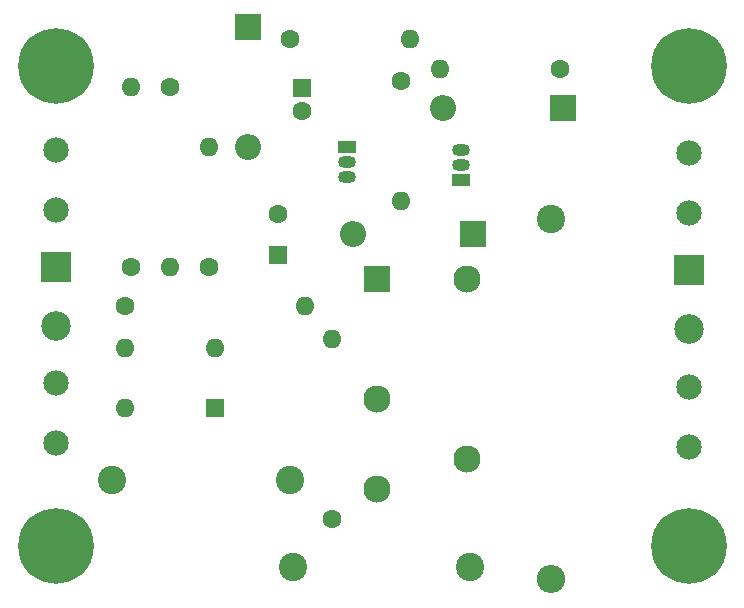
<source format=gbr>
G04 #@! TF.GenerationSoftware,KiCad,Pcbnew,(6.0.1-0)*
G04 #@! TF.CreationDate,2022-02-08T18:02:56+01:00*
G04 #@! TF.ProjectId,inrush-current-limiter-relais,696e7275-7368-42d6-9375-7272656e742d,rev?*
G04 #@! TF.SameCoordinates,Original*
G04 #@! TF.FileFunction,Soldermask,Top*
G04 #@! TF.FilePolarity,Negative*
%FSLAX46Y46*%
G04 Gerber Fmt 4.6, Leading zero omitted, Abs format (unit mm)*
G04 Created by KiCad (PCBNEW (6.0.1-0)) date 2022-02-08 18:02:56*
%MOMM*%
%LPD*%
G01*
G04 APERTURE LIST*
%ADD10R,2.200000X2.200000*%
%ADD11O,2.200000X2.200000*%
%ADD12C,1.600000*%
%ADD13O,1.600000X1.600000*%
%ADD14R,1.600000X1.600000*%
%ADD15R,2.500000X2.500000*%
%ADD16C,2.500000*%
%ADD17C,2.145000*%
%ADD18R,2.300000X2.300000*%
%ADD19C,2.300000*%
%ADD20C,0.800000*%
%ADD21C,6.400000*%
%ADD22R,1.500000X1.050000*%
%ADD23O,1.500000X1.050000*%
%ADD24C,2.400000*%
%ADD25O,2.400000X2.400000*%
G04 APERTURE END LIST*
D10*
X120650000Y-75184000D03*
D11*
X110490000Y-75184000D03*
D12*
X91186000Y-81280000D03*
D13*
X106426000Y-81280000D03*
D14*
X106172000Y-62770000D03*
D12*
X106172000Y-64770000D03*
D15*
X85344000Y-77978000D03*
D16*
X85344000Y-82978000D03*
D17*
X138938000Y-93218000D03*
X138938000Y-88138000D03*
D18*
X112522000Y-78994000D03*
D19*
X112522000Y-89154000D03*
X112522000Y-96774000D03*
X120142000Y-94234000D03*
X120142000Y-78994000D03*
D17*
X85344000Y-87757000D03*
X85344000Y-92837000D03*
D12*
X114554000Y-62230000D03*
D13*
X114554000Y-72390000D03*
D17*
X138938000Y-68326000D03*
X138938000Y-73406000D03*
D20*
X85344000Y-63360000D03*
X82944000Y-60960000D03*
D21*
X85344000Y-60960000D03*
D20*
X83646944Y-62657056D03*
X85344000Y-58560000D03*
X87041056Y-62657056D03*
X87041056Y-59262944D03*
X83646944Y-59262944D03*
X87744000Y-60960000D03*
D22*
X119634000Y-70612000D03*
D23*
X119634000Y-69342000D03*
X119634000Y-68072000D03*
D22*
X109982000Y-67818000D03*
D23*
X109982000Y-69088000D03*
X109982000Y-70358000D03*
D12*
X105156000Y-58674000D03*
D13*
X115316000Y-58674000D03*
D15*
X138938000Y-78232000D03*
D16*
X138938000Y-83232000D03*
D20*
X137240944Y-59262944D03*
X138938000Y-63360000D03*
X141338000Y-60960000D03*
X136538000Y-60960000D03*
X137240944Y-62657056D03*
X140635056Y-62657056D03*
X138938000Y-58560000D03*
D21*
X138938000Y-60960000D03*
D20*
X140635056Y-59262944D03*
D14*
X104140000Y-76962000D03*
D12*
X104140000Y-73462000D03*
D14*
X98806000Y-89916000D03*
D13*
X98806000Y-84836000D03*
X91186000Y-84836000D03*
X91186000Y-89916000D03*
D12*
X98298000Y-77978000D03*
D13*
X98298000Y-67818000D03*
D24*
X105156000Y-96012000D03*
X90156000Y-96012000D03*
D12*
X128016000Y-61214000D03*
D13*
X117856000Y-61214000D03*
D12*
X94996000Y-62738000D03*
D13*
X94996000Y-77978000D03*
D10*
X128270000Y-64516000D03*
D11*
X118110000Y-64516000D03*
D17*
X85344000Y-73152000D03*
X85344000Y-68072000D03*
D24*
X120410000Y-103378000D03*
X105410000Y-103378000D03*
X127254000Y-73914000D03*
D25*
X127254000Y-104394000D03*
D12*
X108712000Y-99314000D03*
D13*
X108712000Y-84074000D03*
D12*
X91694000Y-77978000D03*
D13*
X91694000Y-62738000D03*
D20*
X141338000Y-101600000D03*
X136538000Y-101600000D03*
X137240944Y-99902944D03*
X137240944Y-103297056D03*
X140635056Y-99902944D03*
D21*
X138938000Y-101600000D03*
D20*
X140635056Y-103297056D03*
X138938000Y-99200000D03*
X138938000Y-104000000D03*
X83646944Y-103297056D03*
X87041056Y-103297056D03*
X87041056Y-99902944D03*
X85344000Y-99200000D03*
D21*
X85344000Y-101600000D03*
D20*
X85344000Y-104000000D03*
X87744000Y-101600000D03*
X82944000Y-101600000D03*
X83646944Y-99902944D03*
D10*
X101600000Y-57658000D03*
D11*
X101600000Y-67818000D03*
M02*

</source>
